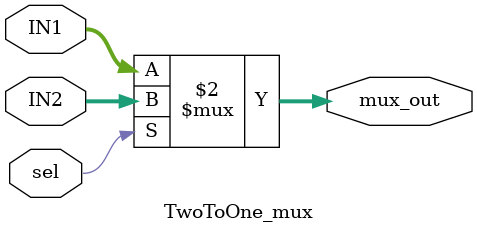
<source format=v>
module TwoToOne_mux #(parameter WIDTH = 32)
(
	input wire [WIDTH-1:0]  IN1,
	input wire [WIDTH-1:0]  IN2,
	input wire 			    sel,
	output wire	[WIDTH-1:0] mux_out
);

	assign mux_out = (~sel) ? IN1 : IN2 ;


endmodule
</source>
